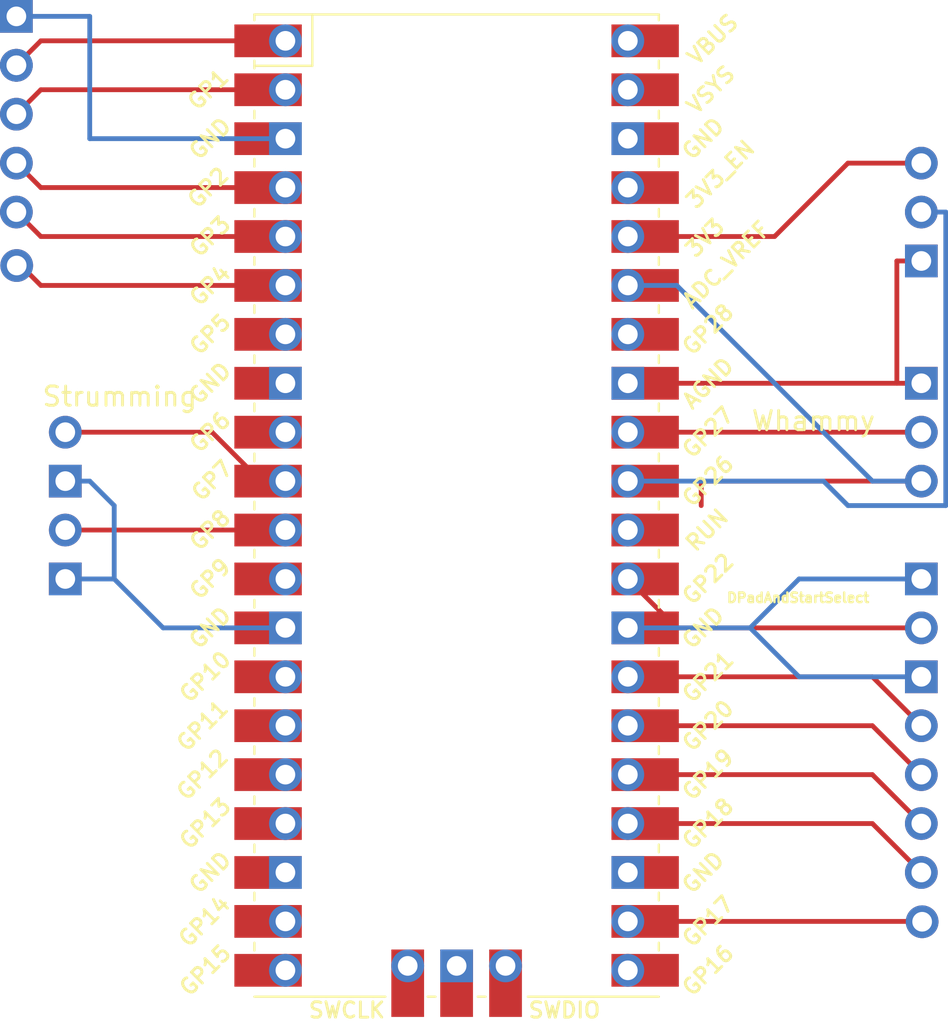
<source format=kicad_pcb>
(kicad_pcb (version 20221018) (generator pcbnew)
  (layers (0 "F.Cu" signal) (31 "B.Cu" signal) (34 "B.Paste" user) (35 "F.Paste" user) (36 "B.SilkS" user "B.Silkscreen") (37 "F.SilkS" user "F.Silkscreen") (38 "B.Mask" user) (39 "F.Mask" user) (44 "Edge.Cuts" user))
  (net 0 "")
  (footprint "" (layer "F.Cu") (at 124.46 100.33)
    (fp_text reference "" (at 0 0) (layer "F.SilkS") (effects (font (size 1.27 1.27))))
    (fp_text value "" (at 0 0) (layer "F.SilkS") (effects (font (size 1.27 1.27))))
    (pad "13" thru_hole rect (at 0 0) (size 1.7 1.7) (drill 1.02) (layers "*.Cu" "*.Mask"))
  )
  (footprint "" (layer "F.Cu") (at 168.91 86.36)
    (fp_text reference "" (at 0 0) (layer "F.SilkS") (effects (font (size 1.27 1.27))))
    (fp_text value "" (at 0 0) (layer "F.SilkS") (effects (font (size 1.27 1.27))))
    (pad "36" thru_hole oval (at 0 0) (size 1.7 1.7) (drill 1.02) (layers "*.Cu" "*.Mask"))
  )
  (footprint "" (layer "F.Cu") (at 168.91 100.33)
    (fp_text reference "" (at 0 0) (layer "F.SilkS") (effects (font (size 1.27 1.27))))
    (fp_text value "" (at 0 0) (layer "F.SilkS") (effects (font (size 1.27 1.27))))
    (pad "31" thru_hole oval (at 0 0) (size 1.7 1.7) (drill 1.02) (layers "*.Cu" "*.Mask"))
  )
  (footprint "" (layer "F.Cu") (at 168.91 110.49)
    (fp_text reference "" (at 0 0) (layer "F.SilkS") (effects (font (size 1.27 1.27))))
    (fp_text value "" (at 0 0) (layer "F.SilkS") (effects (font (size 1.27 1.27))))
    (pad "28" thru_hole rect (at 0 0) (size 1.7 1.7) (drill 1.02) (layers "*.Cu" "*.Mask"))
  )
  (footprint "" (layer "F.Cu") (at 121.92 81.28)
    (fp_text reference "" (at 0 0) (layer "F.SilkS") (effects (font (size 1.27 1.27))))
    (fp_text value "" (at 0 0) (layer "F.SilkS") (effects (font (size 1.27 1.27))))
    (pad "1" thru_hole oval (at 0 0) (size 1.7 1.7) (drill 1.02) (layers "*.Cu" "*.Mask"))
  )
  (footprint "" (layer "F.Cu") (at 168.91 113.03)
    (fp_text reference "" (at 0 0) (layer "F.SilkS") (effects (font (size 1.27 1.27))))
    (fp_text value "" (at 0 0) (layer "F.SilkS") (effects (font (size 1.27 1.27))))
    (pad "30" thru_hole oval (at 0 0) (size 1.7 1.7) (drill 1.02) (layers "*.Cu" "*.Mask"))
  )
  (footprint "" (layer "F.Cu") (at 124.46 102.87)
    (fp_text reference "" (at 0 0) (layer "F.SilkS") (effects (font (size 1.27 1.27))))
    (fp_text value "" (at 0 0) (layer "F.SilkS") (effects (font (size 1.27 1.27))))
    (pad "9" thru_hole oval (at 0 0) (size 1.7 1.7) (drill 1.02) (layers "*.Cu" "*.Mask"))
  )
  (footprint "" (layer "F.Cu") (at 124.46 97.79)
    (fp_text reference "" (at 0 0) (layer "F.SilkS") (effects (font (size 1.27 1.27))))
    (fp_text value "" (at 0 0) (layer "F.SilkS") (effects (font (size 1.27 1.27))))
    (pad "9" thru_hole oval (at 0 0) (size 1.7 1.7) (drill 1.02) (layers "*.Cu" "*.Mask"))
  )
  (footprint "" (layer "F.Cu") (at 121.92 76.2)
    (fp_text reference "" (at 0 0) (layer "F.SilkS") (effects (font (size 1.27 1.27))))
    (fp_text value "" (at 0 0) (layer "F.SilkS") (effects (font (size 1.27 1.27))))
    (pad "3" thru_hole rect (at 0 0) (size 1.7 1.7) (drill 1.02) (layers "*.Cu" "*.Mask"))
  )
  (footprint "" (layer "F.Cu") (at 121.92 78.74)
    (fp_text reference "" (at 0 0) (layer "F.SilkS") (effects (font (size 1.27 1.27))))
    (fp_text value "" (at 0 0) (layer "F.SilkS") (effects (font (size 1.27 1.27))))
    (pad "1" thru_hole oval (at 0 0) (size 1.7 1.7) (drill 1.02) (layers "*.Cu" "*.Mask"))
  )
  (footprint "PicoBoard:RPi_Pico_SMD_TH" (layer "F.Cu") (at 144.78 101.6)
    (fp_text reference "REF**" hide)
    (fp_text value "RPi_Pico_SMD_TH")
    (fp_text user "GND" (at -12.8 19.05 45) (layer "F.SilkS") (effects (font (size 0.8 0.8))))
    (fp_text user "3V3_EN" (at 13.7 -17.2 45) (layer "F.SilkS") (effects (font (size 0.8 0.8))))
    (fp_text user "SWCLK" (at -5.7 26.2) (layer "F.SilkS") (effects (font (size 0.8 0.8))))
    (fp_text user "GP7" (at -12.7 -1.3 45) (layer "F.SilkS") (effects (font (size 0.8 0.8))))
    (fp_text user "GP8" (at -12.8 1.27 45) (layer "F.SilkS") (effects (font (size 0.8 0.8))))
    (fp_text user "VSYS" (at 13.2 -21.59 45) (layer "F.SilkS") (effects (font (size 0.8 0.8))))
    (fp_text user "GP6" (at -12.8 -3.81 45) (layer "F.SilkS") (effects (font (size 0.8 0.8))))
    (fp_text user "GP4" (at -12.8 -11.43 45) (layer "F.SilkS") (effects (font (size 0.8 0.8))))
    (fp_text user "GP28" (at 13.054 -9.144 45) (layer "F.SilkS") (effects (font (size 0.8 0.8))))
    (fp_text user "GND" (at -12.8 -19.05 45) (layer "F.SilkS") (effects (font (size 0.8 0.8))))
    (fp_text user "GP13" (at -13.054 16.51 45) (layer "F.SilkS") (effects (font (size 0.8 0.8))))
    (fp_text user "GP19" (at 13.054 13.97 45) (layer "F.SilkS") (effects (font (size 0.8 0.8))))
    (fp_text user "GP21" (at 13.054 8.9 45) (layer "F.SilkS") (effects (font (size 0.8 0.8))))
    (fp_text user "GP26" (at 13.054 -1.27 45) (layer "F.SilkS") (effects (font (size 0.8 0.8))))
    (fp_text user "GP18" (at 13.054 16.51 45) (layer "F.SilkS") (effects (font (size 0.8 0.8))))
    (fp_text user "3V3" (at 12.9 -13.9 45) (layer "F.SilkS") (effects (font (size 0.8 0.8))))
    (fp_text user "VBUS" (at 13.3 -24.2 45) (layer "F.SilkS") (effects (font (size 0.8 0.8))))
    (fp_text user "GND" (at 12.8 6.35 45) (layer "F.SilkS") (effects (font (size 0.8 0.8))))
    (fp_text user "GP27" (at 13.054 -3.8 45) (layer "F.SilkS") (effects (font (size 0.8 0.8))))
    (fp_text user "GP2" (at -12.9 -16.51 45) (layer "F.SilkS") (effects (font (size 0.8 0.8))))
    (fp_text user "GND" (at 12.8 -19.05 45) (layer "F.SilkS") (effects (font (size 0.8 0.8))))
    (fp_text user "GP22" (at 13.054 3.81 45) (layer "F.SilkS") (effects (font (size 0.8 0.8))))
    (fp_text user "AGND" (at 13.054 -6.35 45) (layer "F.SilkS") (effects (font (size 0.8 0.8))))
    (fp_text user "GP10" (at -13.054 8.89 45) (layer "F.SilkS") (effects (font (size 0.8 0.8))))
    (fp_text user "GP20" (at 13.054 11.43 45) (layer "F.SilkS") (effects (font (size 0.8 0.8))))
    (fp_text user "GP14" (at -13.1 21.59 45) (layer "F.SilkS") (effects (font (size 0.8 0.8))))
    (fp_text user "GND" (at -12.8 -6.35 45) (layer "F.SilkS") (effects (font (size 0.8 0.8))))
    (fp_text user "GND" (at 12.8 19.05 45) (layer "F.SilkS") (effects (font (size 0.8 0.8))))
    (fp_text user "GP16" (at 13.054 24.13 45) (layer "F.SilkS") (effects (font (size 0.8 0.8))))
    (fp_text user "GP12" (at -13.2 13.97 45) (layer "F.SilkS") (effects (font (size 0.8 0.8))))
    (fp_text user "GP11" (at -13.2 11.43 45) (layer "F.SilkS") (effects (font (size 0.8 0.8))))
    (fp_text user "GP5" (at -12.8 -8.89 45) (layer "F.SilkS") (effects (font (size 0.8 0.8))))
    (fp_text user "GP15" (at -13.054 24.13 45) (layer "F.SilkS") (effects (font (size 0.8 0.8))))
    (fp_text user "GP1" (at -12.9 -21.6 45) (layer "F.SilkS") (effects (font (size 0.8 0.8))))
    (fp_text user "GP17" (at 13.054 21.59 45) (layer "F.SilkS") (effects (font (size 0.8 0.8))))
    (fp_text user "GND" (at -12.8 6.35 45) (layer "F.SilkS") (effects (font (size 0.8 0.8))))
    (fp_text user "RUN" (at 13 1.27 45) (layer "F.SilkS") (effects (font (size 0.8 0.8))))
    (fp_text user "SWDIO" (at 5.6 26.2) (layer "F.SilkS") (effects (font (size 0.8 0.8))))
    (fp_text user "ADC_VREF" (at 14 -12.5 45) (layer "F.SilkS") (effects (font (size 0.8 0.8))))
    (fp_text user "GP3" (at -12.8 -13.97 45) (layer "F.SilkS") (effects (font (size 0.8 0.8))))
    (fp_text user "GP9" (at -12.8 3.81 45) (layer "F.SilkS") (effects (font (size 0.8 0.8))))
    (fp_line (start -10.5 -25.5) (end -10.5 -25.2) (stroke (width 0.12)) (layer "F.SilkS"))
    (fp_line (start -10.5 -25.5) (end 10.5 -25.5) (stroke (width 0.12)) (layer "F.SilkS"))
    (fp_line (start -10.5 -23.1) (end -10.5 -22.7) (stroke (width 0.12)) (layer "F.SilkS"))
    (fp_line (start -10.5 -22.833) (end -7.493 -22.833) (stroke (width 0.12)) (layer "F.SilkS"))
    (fp_line (start -10.5 -20.5) (end -10.5 -20.1) (stroke (width 0.12)) (layer "F.SilkS"))
    (fp_line (start -10.5 -18) (end -10.5 -17.6) (stroke (width 0.12)) (layer "F.SilkS"))
    (fp_line (start -10.5 -15.4) (end -10.5 -15) (stroke (width 0.12)) (layer "F.SilkS"))
    (fp_line (start -10.5 -12.9) (end -10.5 -12.5) (stroke (width 0.12)) (layer "F.SilkS"))
    (fp_line (start -10.5 -10.4) (end -10.5 -10) (stroke (width 0.12)) (layer "F.SilkS"))
    (fp_line (start -10.5 -7.8) (end -10.5 -7.4) (stroke (width 0.12)) (layer "F.SilkS"))
    (fp_line (start -10.5 -5.3) (end -10.5 -4.9) (stroke (width 0.12)) (layer "F.SilkS"))
    (fp_line (start -10.5 -2.7) (end -10.5 -2.3) (stroke (width 0.12)) (layer "F.SilkS"))
    (fp_line (start -10.5 -0.2) (end -10.5 0.2) (stroke (width 0.12)) (layer "F.SilkS"))
    (fp_line (start -10.5 2.3) (end -10.5 2.7) (stroke (width 0.12)) (layer "F.SilkS"))
    (fp_line (start -10.5 4.9) (end -10.5 5.3) (stroke (width 0.12)) (layer "F.SilkS"))
    (fp_line (start -10.5 7.4) (end -10.5 7.8) (stroke (width 0.12)) (layer "F.SilkS"))
    (fp_line (start -10.5 10) (end -10.5 10.4) (stroke (width 0.12)) (layer "F.SilkS"))
    (fp_line (start -10.5 12.5) (end -10.5 12.9) (stroke (width 0.12)) (layer "F.SilkS"))
    (fp_line (start -10.5 15.1) (end -10.5 15.5) (stroke (width 0.12)) (layer "F.SilkS"))
    (fp_line (start -10.5 17.6) (end -10.5 18) (stroke (width 0.12)) (layer "F.SilkS"))
    (fp_line (start -10.5 20.1) (end -10.5 20.5) (stroke (width 0.12)) (layer "F.SilkS"))
    (fp_line (start -10.5 22.7) (end -10.5 23.1) (stroke (width 0.12)) (layer "F.SilkS"))
    (fp_line (start -7.493 -22.833) (end -7.493 -25.5) (stroke (width 0.12)) (layer "F.SilkS"))
    (fp_line (start -3.7 25.5) (end -10.5 25.5) (stroke (width 0.12)) (layer "F.SilkS"))
    (fp_line (start -1.5 25.5) (end -1.1 25.5) (stroke (width 0.12)) (layer "F.SilkS"))
    (fp_line (start 1.1 25.5) (end 1.5 25.5) (stroke (width 0.12)) (layer "F.SilkS"))
    (fp_line (start 10.5 -25.5) (end 10.5 -25.2) (stroke (width 0.12)) (layer "F.SilkS"))
    (fp_line (start 10.5 -23.1) (end 10.5 -22.7) (stroke (width 0.12)) (layer "F.SilkS"))
    (fp_line (start 10.5 -20.5) (end 10.5 -20.1) (stroke (width 0.12)) (layer "F.SilkS"))
    (fp_line (start 10.5 -18) (end 10.5 -17.6) (stroke (width 0.12)) (layer "F.SilkS"))
    (fp_line (start 10.5 -15.4) (end 10.5 -15) (stroke (width 0.12)) (layer "F.SilkS"))
    (fp_line (start 10.5 -12.9) (end 10.5 -12.5) (stroke (width 0.12)) (layer "F.SilkS"))
    (fp_line (start 10.5 -10.4) (end 10.5 -10) (stroke (width 0.12)) (layer "F.SilkS"))
    (fp_line (start 10.5 -7.8) (end 10.5 -7.4) (stroke (width 0.12)) (layer "F.SilkS"))
    (fp_line (start 10.5 -5.3) (end 10.5 -4.9) (stroke (width 0.12)) (layer "F.SilkS"))
    (fp_line (start 10.5 -2.7) (end 10.5 -2.3) (stroke (width 0.12)) (layer "F.SilkS"))
    (fp_line (start 10.5 -0.2) (end 10.5 0.2) (stroke (width 0.12)) (layer "F.SilkS"))
    (fp_line (start 10.5 2.3) (end 10.5 2.7) (stroke (width 0.12)) (layer "F.SilkS"))
    (fp_line (start 10.5 4.9) (end 10.5 5.3) (stroke (width 0.12)) (layer "F.SilkS"))
    (fp_line (start 10.5 7.4) (end 10.5 7.8) (stroke (width 0.12)) (layer "F.SilkS"))
    (fp_line (start 10.5 10) (end 10.5 10.4) (stroke (width 0.12)) (layer "F.SilkS"))
    (fp_line (start 10.5 12.5) (end 10.5 12.9) (stroke (width 0.12)) (layer "F.SilkS"))
    (fp_line (start 10.5 15.1) (end 10.5 15.5) (stroke (width 0.12)) (layer "F.SilkS"))
    (fp_line (start 10.5 17.6) (end 10.5 18) (stroke (width 0.12)) (layer "F.SilkS"))
    (fp_line (start 10.5 20.1) (end 10.5 20.5) (stroke (width 0.12)) (layer "F.SilkS"))
    (fp_line (start 10.5 22.7) (end 10.5 23.1) (stroke (width 0.12)) (layer "F.SilkS"))
    (fp_line (start 10.5 25.5) (end 3.7 25.5) (stroke (width 0.12)) (layer "F.SilkS"))
    (pad "" np_thru_hole oval (at -2.725 -24) (size 1.8 1.8) (drill 1.8) (layers "*.Cu" "*.Mask"))
    (pad "" np_thru_hole oval (at -2.425 -20.97) (size 1.5 1.5) (drill 1.5) (layers "*.Cu" "*.Mask"))
    (pad "" np_thru_hole oval (at 2.425 -20.97) (size 1.5 1.5) (drill 1.5) (layers "*.Cu" "*.Mask"))
    (pad "" np_thru_hole oval (at 2.725 -24) (size 1.8 1.8) (drill 1.8) (layers "*.Cu" "*.Mask"))
    (pad "1" thru_hole oval (at -8.89 -24.13) (size 1.7 1.7) (drill 1.02) (layers "*.Cu" "*.Mask"))
    (pad "1" smd rect (at -8.89 -24.13) (size 3.5 1.7) (drill (offset -0.9 0)) (layers "F.Cu" "F.Mask"))
    (pad "2" thru_hole oval (at -8.89 -21.59) (size 1.7 1.7) (drill 1.02) (layers "*.Cu" "*.Mask"))
    (pad "2" smd rect (at -8.89 -21.59) (size 3.5 1.7) (drill (offset -0.9 0)) (layers "F.Cu" "F.Mask"))
    (pad "3" thru_hole rect (at -8.89 -19.05) (size 1.7 1.7) (drill 1.02) (layers "*.Cu" "*.Mask"))
    (pad "3" smd rect (at -8.89 -19.05) (size 3.5 1.7) (drill (offset -0.9 0)) (layers "F.Cu" "F.Mask"))
    (pad "4" thru_hole oval (at -8.89 -16.51) (size 1.7 1.7) (drill 1.02) (layers "*.Cu" "*.Mask"))
    (pad "4" smd rect (at -8.89 -16.51) (size 3.5 1.7) (drill (offset -0.9 0)) (layers "F.Cu" "F.Mask"))
    (pad "5" thru_hole oval (at -8.89 -13.97) (size 1.7 1.7) (drill 1.02) (layers "*.Cu" "*.Mask"))
    (pad "5" smd rect (at -8.89 -13.97) (size 3.5 1.7) (drill (offset -0.9 0)) (layers "F.Cu" "F.Mask"))
    (pad "6" thru_hole oval (at -8.89 -11.43) (size 1.7 1.7) (drill 1.02) (layers "*.Cu" "*.Mask"))
    (pad "6" smd rect (at -8.89 -11.43) (size 3.5 1.7) (drill (offset -0.9 0)) (layers "F.Cu" "F.Mask"))
    (pad "7" thru_hole oval (at -8.89 -8.89) (size 1.7 1.7) (drill 1.02) (layers "*.Cu" "*.Mask"))
    (pad "7" smd rect (at -8.89 -8.89) (size 3.5 1.7) (drill (offset -0.9 0)) (layers "F.Cu" "F.Mask"))
    (pad "8" thru_hole rect (at -8.89 -6.35) (size 1.7 1.7) (drill 1.02) (layers "*.Cu" "*.Mask"))
    (pad "8" smd rect (at -8.89 -6.35) (size 3.5 1.7) (drill (offset -0.9 0)) (layers "F.Cu" "F.Mask"))
    (pad "9" thru_hole oval (at -8.89 -3.81) (size 1.7 1.7) (drill 1.02) (layers "*.Cu" "*.Mask"))
    (pad "9" smd rect (at -8.89 -3.81) (size 3.5 1.7) (drill (offset -0.9 0)) (layers "F.Cu" "F.Mask"))
    (pad "10" thru_hole oval (at -8.89 -1.27) (size 1.7 1.7) (drill 1.02) (layers "*.Cu" "*.Mask"))
    (pad "10" smd rect (at -8.89 -1.27) (size 3.5 1.7) (drill (offset -0.9 0)) (layers "F.Cu" "F.Mask"))
    (pad "11" thru_hole oval (at -8.89 1.27) (size 1.7 1.7) (drill 1.02) (layers "*.Cu" "*.Mask"))
    (pad "11" smd rect (at -8.89 1.27) (size 3.5 1.7) (drill (offset -0.9 0)) (layers "F.Cu" "F.Mask"))
    (pad "12" thru_hole oval (at -8.89 3.81) (size 1.7 1.7) (drill 1.02) (layers "*.Cu" "*.Mask"))
    (pad "12" smd rect (at -8.89 3.81) (size 3.5 1.7) (drill (offset -0.9 0)) (layers "F.Cu" "F.Mask"))
    (pad "13" thru_hole rect (at -8.89 6.35) (size 1.7 1.7) (drill 1.02) (layers "*.Cu" "*.Mask"))
    (pad "13" smd rect (at -8.89 6.35) (size 3.5 1.7) (drill (offset -0.9 0)) (layers "F.Cu" "F.Mask"))
    (pad "14" thru_hole oval (at -8.89 8.89) (size 1.7 1.7) (drill 1.02) (layers "*.Cu" "*.Mask"))
    (pad "14" smd rect (at -8.89 8.89) (size 3.5 1.7) (drill (offset -0.9 0)) (layers "F.Cu" "F.Mask"))
    (pad "15" thru_hole oval (at -8.89 11.43) (size 1.7 1.7) (drill 1.02) (layers "*.Cu" "*.Mask"))
    (pad "15" smd rect (at -8.89 11.43) (size 3.5 1.7) (drill (offset -0.9 0)) (layers "F.Cu" "F.Mask"))
    (pad "16" thru_hole oval (at -8.89 13.97) (size 1.7 1.7) (drill 1.02) (layers "*.Cu" "*.Mask"))
    (pad "16" smd rect (at -8.89 13.97) (size 3.5 1.7) (drill (offset -0.9 0)) (layers "F.Cu" "F.Mask"))
    (pad "17" thru_hole oval (at -8.89 16.51) (size 1.7 1.7) (drill 1.02) (layers "*.Cu" "*.Mask"))
    (pad "17" smd rect (at -8.89 16.51) (size 3.5 1.7) (drill (offset -0.9 0)) (layers "F.Cu" "F.Mask"))
    (pad "18" thru_hole rect (at -8.89 19.05) (size 1.7 1.7) (drill 1.02) (layers "*.Cu" "*.Mask"))
    (pad "18" smd rect (at -8.89 19.05) (size 3.5 1.7) (drill (offset -0.9 0)) (layers "F.Cu" "F.Mask"))
    (pad "19" thru_hole oval (at -8.89 21.59) (size 1.7 1.7) (drill 1.02) (layers "*.Cu" "*.Mask"))
    (pad "19" smd rect (at -8.89 21.59) (size 3.5 1.7) (drill (offset -0.9 0)) (layers "F.Cu" "F.Mask"))
    (pad "20" thru_hole oval (at -8.89 24.13) (size 1.7 1.7) (drill 1.02) (layers "*.Cu" "*.Mask"))
    (pad "20" smd rect (at -8.89 24.13) (size 3.5 1.7) (drill (offset -0.9 0)) (layers "F.Cu" "F.Mask"))
    (pad "21" thru_hole oval (at 8.89 24.13) (size 1.7 1.7) (drill 1.02) (layers "*.Cu" "*.Mask"))
    (pad "21" smd rect (at 8.89 24.13) (size 3.5 1.7) (drill (offset 0.9 0)) (layers "F.Cu" "F.Mask"))
    (pad "22" thru_hole oval (at 8.89 21.59) (size 1.7 1.7) (drill 1.02) (layers "*.Cu" "*.Mask"))
    (pad "22" smd rect (at 8.89 21.59) (size 3.5 1.7) (drill (offset 0.9 0)) (layers "F.Cu" "F.Mask"))
    (pad "23" thru_hole rect (at 8.89 19.05) (size 1.7 1.7) (drill 1.02) (layers "*.Cu" "*.Mask"))
    (pad "23" smd rect (at 8.89 19.05) (size 3.5 1.7) (drill (offset 0.9 0)) (layers "F.Cu" "F.Mask"))
    (pad "24" thru_hole oval (at 8.89 16.51) (size 1.7 1.7) (drill 1.02) (layers "*.Cu" "*.Mask"))
    (pad "24" smd rect (at 8.89 16.51) (size 3.5 1.7) (drill (offset 0.9 0)) (layers "F.Cu" "F.Mask"))
    (pad "25" thru_hole oval (at 8.89 13.97) (size 1.7 1.7) (drill 1.02) (layers "*.Cu" "*.Mask"))
    (pad "25" smd rect (at 8.89 13.97) (size 3.5 1.7) (drill (offset 0.9 0)) (layers "F.Cu" "F.Mask"))
    (pad "26" thru_hole oval (at 8.89 11.43) (size 1.7 1.7) (drill 1.02) (layers "*.Cu" "*.Mask"))
    (pad "26" smd rect (at 8.89 11.43) (size 3.5 1.7) (drill (offset 0.9 0)) (layers "F.Cu" "F.Mask"))
    (pad "27" thru_hole oval (at 8.89 8.89) (size 1.7 1.7) (drill 1.02) (layers "*.Cu" "*.Mask"))
    (pad "27" smd rect (at 8.89 8.89) (size 3.5 1.7) (drill (offset 0.9 0)) (layers "F.Cu" "F.Mask"))
    (pad "28" thru_hole rect (at 8.89 6.35) (size 1.7 1.7) (drill 1.02) (layers "*.Cu" "*.Mask"))
    (pad "28" smd rect (at 8.89 6.35) (size 3.5 1.7) (drill (offset 0.9 0)) (layers "F.Cu" "F.Mask"))
    (pad "29" thru_hole oval (at 8.89 3.81) (size 1.7 1.7) (drill 1.02) (layers "*.Cu" "*.Mask"))
    (pad "29" smd rect (at 8.89 3.81) (size 3.5 1.7) (drill (offset 0.9 0)) (layers "F.Cu" "F.Mask"))
    (pad "30" thru_hole oval (at 8.89 1.27) (size 1.7 1.7) (drill 1.02) (layers "*.Cu" "*.Mask"))
    (pad "30" smd rect (at 8.89 1.27) (size 3.5 1.7) (drill (offset 0.9 0)) (layers "F.Cu" "F.Mask"))
    (pad "31" thru_hole oval (at 8.89 -1.27) (size 1.7 1.7) (drill 1.02) (layers "*.Cu" "*.Mask"))
    (pad "31" smd rect (at 8.89 -1.27) (size 3.5 1.7) (drill (offset 0.9 0)) (layers "F.Cu" "F.Mask"))
    (pad "32" thru_hole oval (at 8.89 -3.81) (size 1.7 1.7) (drill 1.02) (layers "*.Cu" "*.Mask"))
    (pad "32" smd rect (at 8.89 -3.81) (size 3.5 1.7) (drill (offset 0.9 0)) (layers "F.Cu" "F.Mask"))
    (pad "33" thru_hole rect (at 8.89 -6.35) (size 1.7 1.7) (drill 1.02) (layers "*.Cu" "*.Mask"))
    (pad "33" smd rect (at 8.89 -6.35) (size 3.5 1.7) (drill (offset 0.9 0)) (layers "F.Cu" "F.Mask"))
    (pad "34" thru_hole oval (at 8.89 -8.89) (size 1.7 1.7) (drill 1.02) (layers "*.Cu" "*.Mask"))
    (pad "34" smd rect (at 8.89 -8.89) (size 3.5 1.7) (drill (offset 0.9 0)) (layers "F.Cu" "F.Mask"))
    (pad "35" thru_hole oval (at 8.89 -11.43) (size 1.7 1.7) (drill 1.02) (layers "*.Cu" "*.Mask"))
    (pad "35" smd rect (at 8.89 -11.43) (size 3.5 1.7) (drill (offset 0.9 0)) (layers "F.Cu" "F.Mask"))
    (pad "36" thru_hole oval (at 8.89 -13.97) (size 1.7 1.7) (drill 1.02) (layers "*.Cu" "*.Mask"))
    (pad "36" smd rect (at 8.89 -13.97) (size 3.5 1.7) (drill (offset 0.9 0)) (layers "F.Cu" "F.Mask"))
    (pad "37" thru_hole oval (at 8.89 -16.51) (size 1.7 1.7) (drill 1.02) (layers "*.Cu" "*.Mask"))
    (pad "37" smd rect (at 8.89 -16.51) (size 3.5 1.7) (drill (offset 0.9 0)) (layers "F.Cu" "F.Mask"))
    (pad "38" thru_hole rect (at 8.89 -19.05) (size 1.7 1.7) (drill 1.02) (layers "*.Cu" "*.Mask"))
    (pad "38" smd rect (at 8.89 -19.05) (size 3.5 1.7) (drill (offset 0.9 0)) (layers "F.Cu" "F.Mask"))
    (pad "39" thru_hole oval (at 8.89 -21.59) (size 1.7 1.7) (drill 1.02) (layers "*.Cu" "*.Mask"))
    (pad "39" smd rect (at 8.89 -21.59) (size 3.5 1.7) (drill (offset 0.9 0)) (layers "F.Cu" "F.Mask"))
    (pad "40" thru_hole oval (at 8.89 -24.13) (size 1.7 1.7) (drill 1.02) (layers "*.Cu" "*.Mask"))
    (pad "40" smd rect (at 8.89 -24.13) (size 3.5 1.7) (drill (offset 0.9 0)) (layers "F.Cu" "F.Mask"))
    (pad "41" thru_hole oval (at -2.54 23.9) (size 1.7 1.7) (drill 1.02) (layers "*.Cu" "*.Mask"))
    (pad "41" smd rect (at -2.54 23.9 90) (size 3.5 1.7) (drill (offset -0.9 0)) (layers "F.Cu" "F.Mask"))
    (pad "42" thru_hole rect (at 0 23.9) (size 1.7 1.7) (drill 1.02) (layers "*.Cu" "*.Mask"))
    (pad "42" smd rect (at 0 23.9 90) (size 3.5 1.7) (drill (offset -0.9 0)) (layers "F.Cu" "F.Mask"))
    (pad "43" thru_hole oval (at 2.54 23.9) (size 1.7 1.7) (drill 1.02) (layers "*.Cu" "*.Mask"))
    (pad "43" smd rect (at 2.54 23.9 90) (size 3.5 1.7) (drill (offset -0.9 0)) (layers "F.Cu" "F.Mask"))
  )
  (footprint "" (layer "F.Cu") (at 168.91 105.41)
    (fp_text reference "" (at 0 0) (layer "F.SilkS") (effects (font (size 1.27 1.27))))
    (fp_text value "" (at 0 0) (layer "F.SilkS") (effects (font (size 1.27 1.27))))
    (pad "28" thru_hole rect (at 0 0) (size 1.7 1.7) (drill 1.02) (layers "*.Cu" "*.Mask"))
  )
  (footprint "" (layer "F.Cu") (at 168.91 97.79)
    (fp_text reference "" (at 0 0) (layer "F.SilkS") (effects (font (size 1.27 1.27))))
    (fp_text value "" (at 0 0) (layer "F.SilkS") (effects (font (size 1.27 1.27))))
    (pad "32" thru_hole oval (at 0 0) (size 1.7 1.7) (drill 1.02) (layers "*.Cu" "*.Mask"))
  )
  (footprint "" (layer "F.Cu") (at 168.91 120.65)
    (fp_text reference "" (at 0 0) (layer "F.SilkS") (effects (font (size 1.27 1.27))))
    (fp_text value "" (at 0 0) (layer "F.SilkS") (effects (font (size 1.27 1.27))))
    (pad "30" thru_hole oval (at 0 0) (size 1.7 1.7) (drill 1.02) (layers "*.Cu" "*.Mask"))
  )
  (footprint "" (layer "F.Cu") (at 168.91 107.95)
    (fp_text reference "" (at 0 0) (layer "F.SilkS") (effects (font (size 1.27 1.27))))
    (fp_text value "" (at 0 0) (layer "F.SilkS") (effects (font (size 1.27 1.27))))
    (pad "30" thru_hole oval (at 0 0) (size 1.7 1.7) (drill 1.02) (layers "*.Cu" "*.Mask"))
  )
  (footprint "" (layer "F.Cu") (at 168.953025 123.208536)
    (fp_text reference "" (at 0 0) (layer "F.SilkS") (effects (font (size 1.27 1.27))))
    (fp_text value "" (at 0 0) (layer "F.SilkS") (effects (font (size 1.27 1.27))))
    (pad "30" thru_hole oval (at 0 0) (size 1.7 1.7) (drill 1.02) (layers "*.Cu" "*.Mask"))
  )
  (footprint "" (layer "F.Cu") (at 124.46 105.41)
    (fp_text reference "" (at 0 0) (layer "F.SilkS") (effects (font (size 1.27 1.27))))
    (fp_text value "" (at 0 0) (layer "F.SilkS") (effects (font (size 1.27 1.27))))
    (pad "13" thru_hole rect (at 0 0) (size 1.7 1.7) (drill 1.02) (layers "*.Cu" "*.Mask"))
  )
  (footprint "" (layer "F.Cu") (at 168.91 95.25)
    (fp_text reference "" (at 0 0) (layer "F.SilkS") (effects (font (size 1.27 1.27))))
    (fp_text value "" (at 0 0) (layer "F.SilkS") (effects (font (size 1.27 1.27))))
    (pad "28" thru_hole rect (at 0 0) (size 1.7 1.7) (drill 1.02) (layers "*.Cu" "*.Mask"))
  )
  (footprint "" (layer "F.Cu") (at 121.92 78.74)
    (fp_text reference "" (at 0 0) (layer "F.SilkS") (effects (font (size 1.27 1.27))))
    (fp_text value "" (at 0 0) (layer "F.SilkS") (effects (font (size 1.27 1.27))))
    (pad "1" thru_hole oval (at 0 0) (size 1.7 1.7) (drill 1.02) (layers "*.Cu" "*.Mask"))
  )
  (footprint "" (layer "F.Cu") (at 168.91 83.82)
    (fp_text reference "" (at 0 0) (layer "F.SilkS") (effects (font (size 1.27 1.27))))
    (fp_text value "" (at 0 0) (layer "F.SilkS") (effects (font (size 1.27 1.27))))
    (pad "35" thru_hole oval (at 0 0) (size 1.7 1.7) (drill 1.02) (layers "*.Cu" "*.Mask"))
  )
  (footprint "" (layer "F.Cu") (at 168.91 88.9)
    (fp_text reference "" (at 0 0) (layer "F.SilkS") (effects (font (size 1.27 1.27))))
    (fp_text value "" (at 0 0) (layer "F.SilkS") (effects (font (size 1.27 1.27))))
    (pad "33" thru_hole rect (at 0 0) (size 1.7 1.7) (drill 1.02) (layers "*.Cu" "*.Mask"))
  )
  (footprint "" (layer "F.Cu") (at 168.91 115.57)
    (fp_text reference "" (at 0 0) (layer "F.SilkS") (effects (font (size 1.27 1.27))))
    (fp_text value "" (at 0 0) (layer "F.SilkS") (effects (font (size 1.27 1.27))))
    (pad "30" thru_hole oval (at 0 0) (size 1.7 1.7) (drill 1.02) (layers "*.Cu" "*.Mask"))
  )
  (footprint "" (layer "F.Cu") (at 121.92 83.82)
    (fp_text reference "" (at 0 0) (layer "F.SilkS") (effects (font (size 1.27 1.27))))
    (fp_text value "" (at 0 0) (layer "F.SilkS") (effects (font (size 1.27 1.27))))
    (pad "1" thru_hole oval (at 0 0) (size 1.7 1.7) (drill 1.02) (layers "*.Cu" "*.Mask"))
  )
  (footprint "" (layer "F.Cu") (at 121.92 86.36)
    (fp_text reference "" (at 0 0) (layer "F.SilkS") (effects (font (size 1.27 1.27))))
    (fp_text value "" (at 0 0) (layer "F.SilkS") (effects (font (size 1.27 1.27))))
    (pad "1" thru_hole oval (at 0 0) (size 1.7 1.7) (drill 1.02) (layers "*.Cu" "*.Mask"))
  )
  (footprint "" (layer "F.Cu") (at 121.937378 89.136238)
    (fp_text reference "" (at 0 0) (layer "F.SilkS") (effects (font (size 1.27 1.27))))
    (fp_text value "" (at 0 0) (layer "F.SilkS") (effects (font (size 1.27 1.27))))
    (pad "1" thru_hole oval (at 0 0) (size 1.7 1.7) (drill 1.02) (layers "*.Cu" "*.Mask"))
  )
  (footprint "" (layer "F.Cu") (at 168.91 118.11)
    (fp_text reference "" (at 0 0) (layer "F.SilkS") (effects (font (size 1.27 1.27))))
    (fp_text value "" (at 0 0) (layer "F.SilkS") (effects (font (size 1.27 1.27))))
    (pad "30" thru_hole oval (at 0 0) (size 1.7 1.7) (drill 1.02) (layers "*.Cu" "*.Mask"))
  )
  (gr_text "DPadAndStartSelect\n" (at 158.75 106.68) (layer "F.SilkS") (effects (font (size 0.5 0.5) (thickness 0.125)) (justify left bottom)))
  (gr_text "Whammy" (at 160.02 97.79) (layer "F.SilkS") (effects (font (size 1 1)) (justify left bottom)))
  (gr_text "Strumming" (at 123.19 96.52) (layer "F.SilkS") (effects (font (size 1 1)) (justify left bottom)))
  (segment (start 165.1 83.82) (end 168.91 83.82) (width 0.25) (layer "F.Cu") (net 0))
  (segment (start 157.48 100.33) (end 168.91 100.33) (width 0.25) (layer "F.Cu") (net 0))
  (segment (start 161.29 87.63) (end 165.1 83.82) (width 0.25) (layer "F.Cu") (net 0))
  (segment (start 166.37 110.49) (end 168.91 113.03) (width 0.25) (layer "F.Cu") (net 0))
  (segment (start 123.19 87.63) (end 121.92 86.36) (width 0.25) (layer "F.Cu") (net 0))
  (segment (start 134.62 100.33) (end 132.08 97.79) (width 0.25) (layer "F.Cu") (net 0))
  (segment (start 123.19 77.47) (end 121.92 78.74) (width 0.25) (layer "F.Cu") (net 0))
  (segment (start 153.67 95.25) (end 167.64 95.25) (width 0.25) (layer "F.Cu") (net 0))
  (segment (start 153.67 113.03) (end 166.37 113.03) (width 0.25) (layer "F.Cu") (net 0))
  (segment (start 123.19 80.01) (end 121.92 81.28) (width 0.25) (layer "F.Cu") (net 0))
  (segment (start 123.19 90.17) (end 121.92 88.9) (width 0.25) (layer "F.Cu") (net 0))
  (segment (start 153.67 105.41) (end 156.21 107.95) (width 0.25) (layer "F.Cu") (net 0))
  (segment (start 153.67 87.63) (end 161.29 87.63) (width 0.25) (layer "F.Cu") (net 0))
  (segment (start 153.67 110.49) (end 166.37 110.49) (width 0.25) (layer "F.Cu") (net 0))
  (segment (start 135.89 87.63) (end 123.19 87.63) (width 0.25) (layer "F.Cu") (net 0))
  (segment (start 153.67 123.19) (end 168.91 123.19) (width 0.25) (layer "F.Cu") (net 0))
  (segment (start 135.89 90.17) (end 123.19 90.17) (width 0.25) (layer "F.Cu") (net 0))
  (segment (start 135.89 80.01) (end 123.19 80.01) (width 0.25) (layer "F.Cu") (net 0))
  (segment (start 153.67 118.11) (end 166.37 118.11) (width 0.25) (layer "F.Cu") (net 0))
  (segment (start 135.89 85.09) (end 123.19 85.09) (width 0.25) (layer "F.Cu") (net 0))
  (segment (start 167.64 95.25) (end 168.91 95.25) (width 0.25) (layer "F.Cu") (net 0))
  (segment (start 123.19 85.09) (end 121.92 83.82) (width 0.25) (layer "F.Cu") (net 0))
  (segment (start 132.08 97.79) (end 124.46 97.79) (width 0.25) (layer "F.Cu") (net 0))
  (segment (start 166.37 118.11) (end 168.91 120.65) (width 0.25) (layer "F.Cu") (net 0))
  (segment (start 135.89 77.47) (end 123.19 77.47) (width 0.25) (layer "F.Cu") (net 0))
  (segment (start 167.64 88.9) (end 168.91 88.9) (width 0.25) (layer "F.Cu") (net 0))
  (segment (start 153.67 115.57) (end 166.37 115.57) (width 0.25) (layer "F.Cu") (net 0))
  (segment (start 135.89 102.87) (end 124.46 102.87) (width 0.25) (layer "F.Cu") (net 0))
  (segment (start 167.64 95.25) (end 167.64 88.9) (width 0.25) (layer "F.Cu") (net 0))
  (segment (start 153.67 97.79) (end 168.91 97.79) (width 0.25) (layer "F.Cu") (net 0))
  (segment (start 156.21 107.95) (end 168.91 107.95) (width 0.25) (layer "F.Cu") (net 0))
  (segment (start 166.37 113.03) (end 168.91 115.57) (width 0.25) (layer "F.Cu") (net 0))
  (segment (start 135.89 100.33) (end 134.62 100.33) (width 0.25) (layer "F.Cu") (net 0))
  (segment (start 157.48 101.6) (end 157.48 100.33) (width 0.25) (layer "F.Cu") (net 0))
  (segment (start 166.37 115.57) (end 168.91 118.11) (width 0.25) (layer "F.Cu") (net 0))
  (segment (start 170.18 86.36) (end 168.91 86.36) (width 0.25) (layer "B.Cu") (net 0))
  (segment (start 160.02 107.95) (end 153.67 107.95) (width 0.25) (layer "B.Cu") (net 0))
  (segment (start 160.02 107.95) (end 162.56 110.49) (width 0.25) (layer "B.Cu") (net 0))
  (segment (start 125.73 100.33) (end 127 101.6) (width 0.25) (layer "B.Cu") (net 0))
  (segment (start 127 101.6) (end 127 105.41) (width 0.25) (layer "B.Cu") (net 0))
  (segment (start 127 105.41) (end 129.54 107.95) (width 0.25) (layer "B.Cu") (net 0))
  (segment (start 127 105.41) (end 124.46 105.41) (width 0.25) (layer "B.Cu") (net 0))
  (segment (start 153.67 90.17) (end 156.21 90.17) (width 0.25) (layer "B.Cu") (net 0))
  (segment (start 170.18 101.6) (end 170.18 86.36) (width 0.25) (layer "B.Cu") (net 0))
  (segment (start 162.56 105.41) (end 160.02 107.95) (width 0.25) (layer "B.Cu") (net 0))
  (segment (start 166.37 100.33) (end 168.91 100.33) (width 0.25) (layer "B.Cu") (net 0))
  (segment (start 125.73 82.55) (end 135.89 82.55) (width 0.25) (layer "B.Cu") (net 0))
  (segment (start 153.67 100.33) (end 163.83 100.33) (width 0.25) (layer "B.Cu") (net 0))
  (segment (start 129.54 107.95) (end 135.89 107.95) (width 0.25) (layer "B.Cu") (net 0))
  (segment (start 156.21 90.17) (end 166.37 100.33) (width 0.25) (layer "B.Cu") (net 0))
  (segment (start 162.56 105.41) (end 168.91 105.41) (width 0.25) (layer "B.Cu") (net 0))
  (segment (start 165.1 101.6) (end 170.18 101.6) (width 0.25) (layer "B.Cu") (net 0))
  (segment (start 125.73 76.2) (end 121.92 76.2) (width 0.25) (layer "B.Cu") (net 0))
  (segment (start 125.73 76.2) (end 125.73 82.55) (width 0.25) (layer "B.Cu") (net 0))
  (segment (start 124.46 100.33) (end 125.73 100.33) (width 0.25) (layer "B.Cu") (net 0))
  (segment (start 163.83 100.33) (end 165.1 101.6) (width 0.25) (layer "B.Cu") (net 0))
  (segment (start 162.56 110.49) (end 168.91 110.49) (width 0.25) (layer "B.Cu") (net 0))
)
</source>
